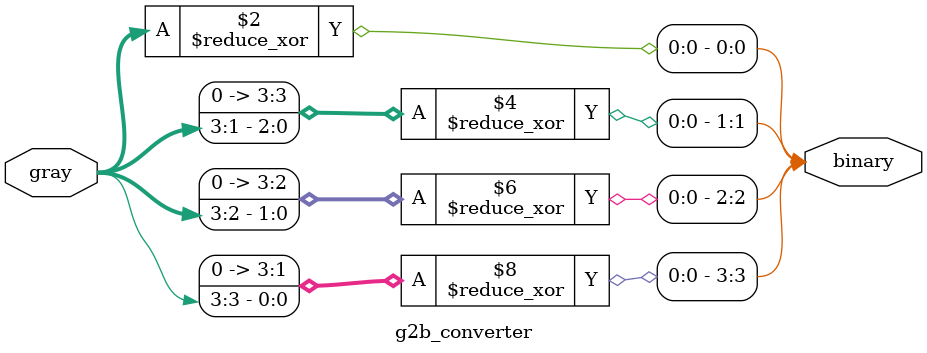
<source format=v>
module g2b_converter #(parameter WIDTH=4) 
(input [WIDTH-1:0] gray, 
output [WIDTH-1:0] binary
);
  genvar i;
  generate
    for(i=0;i<WIDTH;i=i+1) begin
      assign binary[i] = ^(gray >> i);
    end
  endgenerate
endmodule

</source>
